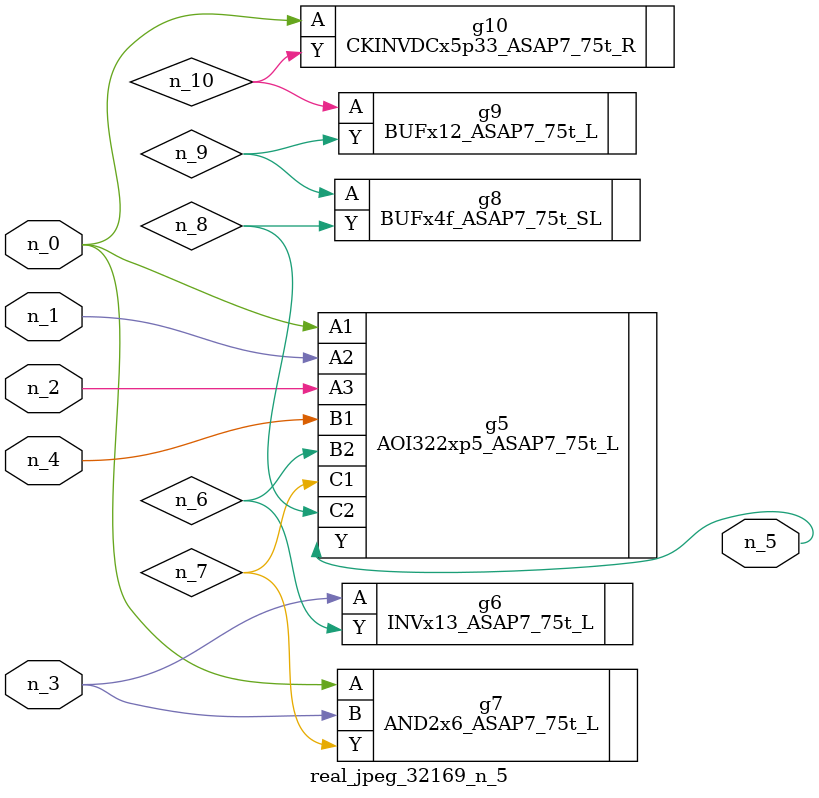
<source format=v>
module real_jpeg_32169_n_5 (n_4, n_0, n_1, n_2, n_3, n_5);

input n_4;
input n_0;
input n_1;
input n_2;
input n_3;

output n_5;

wire n_8;
wire n_6;
wire n_7;
wire n_10;
wire n_9;

AOI322xp5_ASAP7_75t_L g5 ( 
.A1(n_0),
.A2(n_1),
.A3(n_2),
.B1(n_4),
.B2(n_6),
.C1(n_7),
.C2(n_8),
.Y(n_5)
);

AND2x6_ASAP7_75t_L g7 ( 
.A(n_0),
.B(n_3),
.Y(n_7)
);

CKINVDCx5p33_ASAP7_75t_R g10 ( 
.A(n_0),
.Y(n_10)
);

INVx13_ASAP7_75t_L g6 ( 
.A(n_3),
.Y(n_6)
);

BUFx4f_ASAP7_75t_SL g8 ( 
.A(n_9),
.Y(n_8)
);

BUFx12_ASAP7_75t_L g9 ( 
.A(n_10),
.Y(n_9)
);


endmodule
</source>
